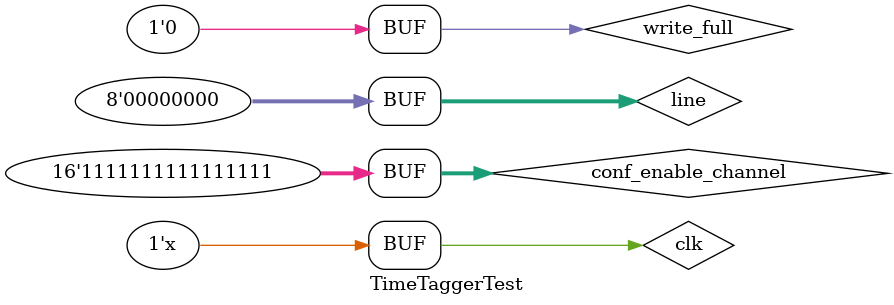
<source format=v>
`timescale 1ns / 1ps
/*
    core of TimeTagger, an OpalKelly based single photon counting library
    Copyright (C) 2011  Markus Wick <wickmarkus@web.de>

    This program is free software; you can redistribute it and/or modify
    it under the terms of the GNU General Public License as published by
    the Free Software Foundation; either version 2 of the License, or
    (at your option) any later version.

    This program is distributed in the hope that it will be useful,
    but WITHOUT ANY WARRANTY; without even the implied warranty of
    MERCHANTABILITY or FITNESS FOR A PARTICULAR PURPOSE.  See the
    GNU General Public License for more details.

    You should have received a copy of the GNU General Public License along
    with this program; if not, write to the Free Software Foundation, Inc.,
    51 Franklin Street, Fifth Floor, Boston, MA 02110-1301 USA.
*/
//////////////////////////////////////////////////////////////////////////////////
// simulation workbench for the timetagger
// the delay of #23 per clock is about the real 
// ratio of the tap line and the input clock
//////////////////////////////////////////////////////////////////////////////////
module TimeTaggerTest(
    );

reg clk;	
reg [7:0] line;
reg [15:0] conf_enable_channel;

reg write_full;
wire write_enable;
wire [31:0] write_data;

TimeTagger tagger (
    .trig_clk(clk), 
    .trig_line(line), 
    .write_full(write_full), 
    .write_enable(write_enable), 
    .write_data(write_data), 
    .conf_enable_channel(conf_enable_channel)
    );
	 
initial begin
	conf_enable_channel = 16'h0000;
	clk = 0;
	line = 0;
	write_full = 0;
end

always begin
	#1000 conf_enable_channel = 16'h0000;
	#20001 conf_enable_channel = 16'hffff;
end
	 
always
	#43 clk = ~clk; // do not change it :-)

always begin
	#133 line[7] = 1;
	#13  line[7] = 0;
end

endmodule

</source>
